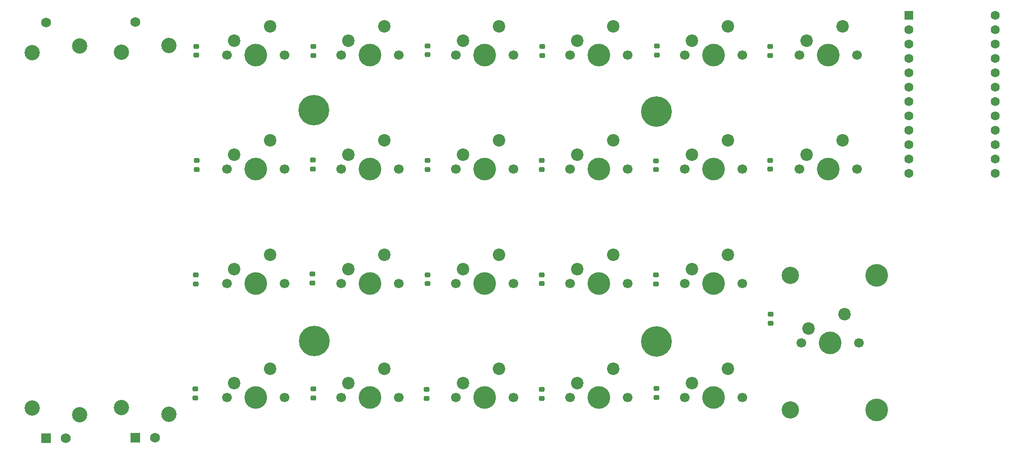
<source format=gbr>
%TF.GenerationSoftware,KiCad,Pcbnew,(7.0.0)*%
%TF.CreationDate,2024-11-11T13:13:17+03:00*%
%TF.ProjectId,04. Keyboard 6x4 Matrix,30342e20-4b65-4796-926f-617264203678,rev?*%
%TF.SameCoordinates,PX24bd848PY898b2e8*%
%TF.FileFunction,Soldermask,Bot*%
%TF.FilePolarity,Negative*%
%FSLAX46Y46*%
G04 Gerber Fmt 4.6, Leading zero omitted, Abs format (unit mm)*
G04 Created by KiCad (PCBNEW (7.0.0)) date 2024-11-11 13:13:17*
%MOMM*%
%LPD*%
G01*
G04 APERTURE LIST*
G04 Aperture macros list*
%AMRoundRect*
0 Rectangle with rounded corners*
0 $1 Rounding radius*
0 $2 $3 $4 $5 $6 $7 $8 $9 X,Y pos of 4 corners*
0 Add a 4 corners polygon primitive as box body*
4,1,4,$2,$3,$4,$5,$6,$7,$8,$9,$2,$3,0*
0 Add four circle primitives for the rounded corners*
1,1,$1+$1,$2,$3*
1,1,$1+$1,$4,$5*
1,1,$1+$1,$6,$7*
1,1,$1+$1,$8,$9*
0 Add four rect primitives between the rounded corners*
20,1,$1+$1,$2,$3,$4,$5,0*
20,1,$1+$1,$4,$5,$6,$7,0*
20,1,$1+$1,$6,$7,$8,$9,0*
20,1,$1+$1,$8,$9,$2,$3,0*%
G04 Aperture macros list end*
%ADD10C,1.700000*%
%ADD11C,4.000000*%
%ADD12C,2.200000*%
%ADD13R,1.600000X1.600000*%
%ADD14C,1.600000*%
%ADD15C,0.800000*%
%ADD16C,5.400000*%
%ADD17R,1.750000X1.750000*%
%ADD18C,1.750000*%
%ADD19C,2.700000*%
%ADD20C,3.050000*%
%ADD21RoundRect,0.218750X0.256250X-0.218750X0.256250X0.218750X-0.256250X0.218750X-0.256250X-0.218750X0*%
%ADD22RoundRect,0.218750X-0.256250X0.218750X-0.256250X-0.218750X0.256250X-0.218750X0.256250X0.218750X0*%
G04 APERTURE END LIST*
D10*
%TO.C,SW17*%
X120915000Y70875000D03*
D11*
X125995000Y70875000D03*
D10*
X131075000Y70875000D03*
D12*
X128535000Y75955000D03*
X122185000Y73415000D03*
%TD*%
D10*
%TO.C,SW14*%
X100715000Y50675000D03*
D11*
X105795000Y50675000D03*
D10*
X110875000Y50675000D03*
D12*
X108335000Y55755000D03*
X101985000Y53215000D03*
%TD*%
D13*
%TO.C,U4*%
X160429999Y77874999D03*
D14*
X160430000Y75335000D03*
X160430000Y72795000D03*
X160430000Y70255000D03*
X160430000Y67715000D03*
X160430000Y65175000D03*
X160430000Y62635000D03*
X160430000Y60095000D03*
X160430000Y57555000D03*
X160430000Y55015000D03*
X160430000Y52475000D03*
X160430000Y49935000D03*
X175670000Y49935000D03*
X175670000Y52475000D03*
X175670000Y55015000D03*
X175670000Y57555000D03*
X175670000Y60095000D03*
X175670000Y62635000D03*
X175670000Y65175000D03*
X175670000Y67715000D03*
X175670000Y70255000D03*
X175670000Y72795000D03*
X175670000Y75335000D03*
X175670000Y77875000D03*
%TD*%
D10*
%TO.C,SW12*%
X80515000Y10275000D03*
D11*
X85595000Y10275000D03*
D10*
X90675000Y10275000D03*
D12*
X88135000Y15355000D03*
X81785000Y12815000D03*
%TD*%
D10*
%TO.C,SW15*%
X100715000Y30475000D03*
D11*
X105795000Y30475000D03*
D10*
X110875000Y30475000D03*
D12*
X108335000Y35555000D03*
X101985000Y33015000D03*
%TD*%
D10*
%TO.C,SW1*%
X40115000Y70875000D03*
D11*
X45195000Y70875000D03*
D10*
X50275000Y70875000D03*
D12*
X47735000Y75955000D03*
X41385000Y73415000D03*
%TD*%
D10*
%TO.C,SW4*%
X40115000Y10275000D03*
D11*
X45195000Y10275000D03*
D10*
X50275000Y10275000D03*
D12*
X47735000Y15355000D03*
X41385000Y12815000D03*
%TD*%
D15*
%TO.C,H2*%
X113900000Y60825000D03*
X114493109Y62256891D03*
X114493109Y59393109D03*
X115925000Y62850000D03*
D16*
X115925000Y60825000D03*
D15*
X115925000Y58800000D03*
X117356891Y62256891D03*
X117356891Y59393109D03*
X117950000Y60825000D03*
%TD*%
D10*
%TO.C,SW19*%
X120915000Y30475000D03*
D11*
X125995000Y30475000D03*
D10*
X131075000Y30475000D03*
D12*
X128535000Y35555000D03*
X122185000Y33015000D03*
%TD*%
D10*
%TO.C,SW6*%
X60315000Y50675000D03*
D11*
X65395000Y50675000D03*
D10*
X70475000Y50675000D03*
D12*
X67935000Y55755000D03*
X61585000Y53215000D03*
%TD*%
D10*
%TO.C,SW13*%
X100715000Y70875000D03*
D11*
X105795000Y70875000D03*
D10*
X110875000Y70875000D03*
D12*
X108335000Y75955000D03*
X101985000Y73415000D03*
%TD*%
D10*
%TO.C,SW16*%
X100715000Y10275000D03*
D11*
X105795000Y10275000D03*
D10*
X110875000Y10275000D03*
D12*
X108335000Y15355000D03*
X101985000Y12815000D03*
%TD*%
D10*
%TO.C,SW18*%
X120915000Y50675000D03*
D11*
X125995000Y50675000D03*
D10*
X131075000Y50675000D03*
D12*
X128535000Y55755000D03*
X122185000Y53215000D03*
%TD*%
D10*
%TO.C,SW20*%
X120915000Y10275000D03*
D11*
X125995000Y10275000D03*
D10*
X131075000Y10275000D03*
D12*
X128535000Y15355000D03*
X122185000Y12815000D03*
%TD*%
D10*
%TO.C,SW3*%
X40115000Y30475000D03*
D11*
X45195000Y30475000D03*
D10*
X50275000Y30475000D03*
D12*
X47735000Y35555000D03*
X41385000Y33015000D03*
%TD*%
D15*
%TO.C,H3*%
X113925000Y20225000D03*
X114518109Y21656891D03*
X114518109Y18793109D03*
X115950000Y22250000D03*
D16*
X115950000Y20225000D03*
D15*
X115950000Y18200000D03*
X117381891Y21656891D03*
X117381891Y18793109D03*
X117975000Y20225000D03*
%TD*%
D10*
%TO.C,SW5*%
X60315000Y70875000D03*
D11*
X65395000Y70875000D03*
D10*
X70475000Y70875000D03*
D12*
X67935000Y75955000D03*
X61585000Y73415000D03*
%TD*%
D10*
%TO.C,SW11*%
X80515000Y30475000D03*
D11*
X85595000Y30475000D03*
D10*
X90675000Y30475000D03*
D12*
X88135000Y35555000D03*
X81785000Y33015000D03*
%TD*%
D17*
%TO.C,R28*%
X8199999Y3104999D03*
D18*
X11700000Y3105000D03*
X8200000Y76605000D03*
D19*
X14150000Y7255000D03*
X5750000Y8455000D03*
X5750000Y71255000D03*
X14150000Y72455000D03*
%TD*%
D10*
%TO.C,SW21*%
X141115000Y70875000D03*
D11*
X146195000Y70875000D03*
D10*
X151275000Y70875000D03*
D12*
X148735000Y75955000D03*
X142385000Y73415000D03*
%TD*%
D10*
%TO.C,SW8*%
X60315000Y10275000D03*
D11*
X65395000Y10275000D03*
D10*
X70475000Y10275000D03*
D12*
X67935000Y15355000D03*
X61585000Y12815000D03*
%TD*%
D15*
%TO.C,H1*%
X53475000Y61125000D03*
X54068109Y62556891D03*
X54068109Y59693109D03*
X55500000Y63150000D03*
D16*
X55500000Y61125000D03*
D15*
X55500000Y59100000D03*
X56931891Y62556891D03*
X56931891Y59693109D03*
X57525000Y61125000D03*
%TD*%
%TO.C,H4*%
X53506891Y20306891D03*
X54100000Y21738782D03*
X54100000Y18875000D03*
X55531891Y22331891D03*
D16*
X55531891Y20306891D03*
D15*
X55531891Y18281891D03*
X56963782Y21738782D03*
X56963782Y18875000D03*
X57556891Y20306891D03*
%TD*%
D10*
%TO.C,SW2*%
X40115000Y50675000D03*
D11*
X45195000Y50675000D03*
D10*
X50275000Y50675000D03*
D12*
X47735000Y55755000D03*
X41385000Y53215000D03*
%TD*%
D10*
%TO.C,SW10*%
X80515000Y50675000D03*
D11*
X85595000Y50675000D03*
D10*
X90675000Y50675000D03*
D12*
X88135000Y55755000D03*
X81785000Y53215000D03*
%TD*%
D10*
%TO.C,SW9*%
X80515000Y70875000D03*
D11*
X85595000Y70875000D03*
D10*
X90675000Y70875000D03*
D12*
X88135000Y75955000D03*
X81785000Y73415000D03*
%TD*%
D10*
%TO.C,SW7*%
X60315000Y30475000D03*
D11*
X65395000Y30475000D03*
D10*
X70475000Y30475000D03*
D12*
X67935000Y35555000D03*
X61585000Y33015000D03*
%TD*%
D20*
%TO.C,SW23*%
X139575000Y31875000D03*
X139575000Y8075000D03*
D10*
X141495000Y19975000D03*
D11*
X146575000Y19975000D03*
D10*
X151655000Y19975000D03*
D11*
X154815000Y31875000D03*
X154815000Y8075000D03*
D12*
X149115000Y25055000D03*
X142765000Y22515000D03*
%TD*%
D17*
%TO.C,R24*%
X23974999Y3174999D03*
D18*
X27475000Y3175000D03*
X23975000Y76675000D03*
D19*
X29925000Y7325000D03*
X21525000Y8525000D03*
X21525000Y71325000D03*
X29925000Y72525000D03*
%TD*%
D10*
%TO.C,SW22*%
X141115000Y50675000D03*
D11*
X146195000Y50675000D03*
D10*
X151275000Y50675000D03*
D12*
X148735000Y55755000D03*
X142385000Y53215000D03*
%TD*%
D21*
%TO.C,D23*%
X115900000Y10325000D03*
X115900000Y11900000D03*
%TD*%
%TO.C,D10*%
X136025000Y70775000D03*
X136025000Y72350000D03*
%TD*%
%TO.C,D5*%
X55275000Y50700000D03*
X55275000Y52275000D03*
%TD*%
%TO.C,D14*%
X115850000Y30400000D03*
X115850000Y31975000D03*
%TD*%
%TO.C,D22*%
X95725000Y10175000D03*
X95725000Y11750000D03*
%TD*%
%TO.C,D21*%
X75400000Y10150000D03*
X75400000Y11725000D03*
%TD*%
%TO.C,D8*%
X95775000Y70800000D03*
X95775000Y72375000D03*
%TD*%
%TO.C,D17*%
X55175000Y30550000D03*
X55175000Y32125000D03*
%TD*%
%TO.C,D19*%
X34575000Y10250000D03*
X34575000Y11825000D03*
%TD*%
%TO.C,D11*%
X136025000Y50675000D03*
X136025000Y52250000D03*
%TD*%
%TO.C,D3*%
X75500000Y70900000D03*
X75500000Y72475000D03*
%TD*%
%TO.C,D16*%
X75550000Y30450000D03*
X75550000Y32025000D03*
%TD*%
%TO.C,D20*%
X55375000Y10225000D03*
X55375000Y11800000D03*
%TD*%
%TO.C,D2*%
X55400000Y70800000D03*
X55400000Y72375000D03*
%TD*%
%TO.C,D18*%
X34650000Y30375000D03*
X34650000Y31950000D03*
%TD*%
%TO.C,D4*%
X34775000Y50650000D03*
X34775000Y52225000D03*
%TD*%
%TO.C,D12*%
X115850000Y50600000D03*
X115850000Y52175000D03*
%TD*%
%TO.C,D15*%
X95700000Y30450000D03*
X95700000Y32025000D03*
%TD*%
%TO.C,D1*%
X34725000Y70825000D03*
X34725000Y72400000D03*
%TD*%
%TO.C,D7*%
X95725000Y50625000D03*
X95725000Y52200000D03*
%TD*%
%TO.C,D6*%
X75500000Y50650000D03*
X75500000Y52225000D03*
%TD*%
%TO.C,D9*%
X116025000Y70850000D03*
X116025000Y72425000D03*
%TD*%
D22*
%TO.C,D13*%
X136075000Y25000000D03*
X136075000Y23425000D03*
%TD*%
M02*

</source>
